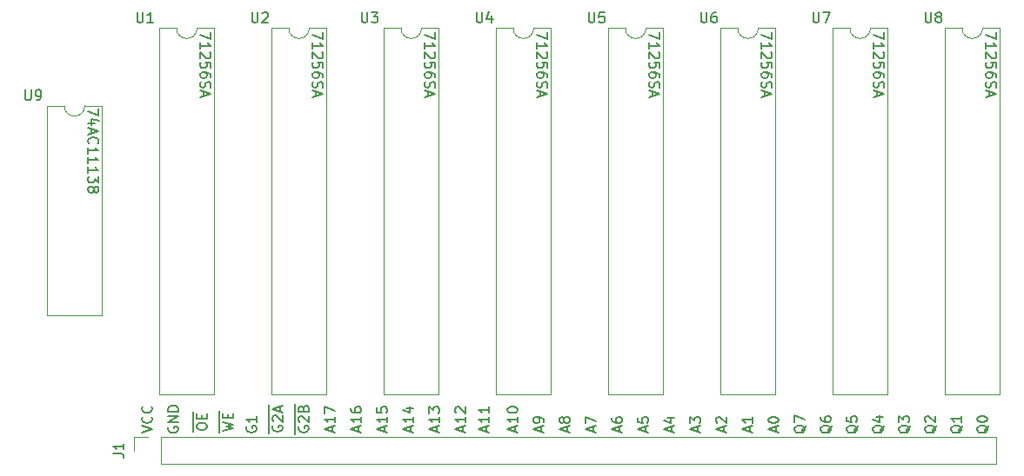
<source format=gto>
G04 #@! TF.GenerationSoftware,KiCad,Pcbnew,(5.1.9-0-10_14)*
G04 #@! TF.CreationDate,2021-06-10T12:38:53+02:00*
G04 #@! TF.ProjectId,video_memory,76696465-6f5f-46d6-956d-6f72792e6b69,rev?*
G04 #@! TF.SameCoordinates,Original*
G04 #@! TF.FileFunction,Legend,Top*
G04 #@! TF.FilePolarity,Positive*
%FSLAX46Y46*%
G04 Gerber Fmt 4.6, Leading zero omitted, Abs format (unit mm)*
G04 Created by KiCad (PCBNEW (5.1.9-0-10_14)) date 2021-06-10 12:38:53*
%MOMM*%
%LPD*%
G01*
G04 APERTURE LIST*
%ADD10C,0.150000*%
%ADD11C,0.120000*%
%ADD12O,1.600000X1.600000*%
%ADD13R,1.600000X1.600000*%
%ADD14C,6.400000*%
%ADD15O,1.700000X1.700000*%
%ADD16R,1.700000X1.700000*%
G04 APERTURE END LIST*
D10*
X171235619Y-84995142D02*
X171235619Y-85661809D01*
X170235619Y-85233238D01*
X170235619Y-86566571D02*
X170235619Y-85995142D01*
X170235619Y-86280857D02*
X171235619Y-86280857D01*
X171092761Y-86185619D01*
X170997523Y-86090380D01*
X170949904Y-85995142D01*
X171140380Y-86947523D02*
X171188000Y-86995142D01*
X171235619Y-87090380D01*
X171235619Y-87328476D01*
X171188000Y-87423714D01*
X171140380Y-87471333D01*
X171045142Y-87518952D01*
X170949904Y-87518952D01*
X170807047Y-87471333D01*
X170235619Y-86899904D01*
X170235619Y-87518952D01*
X171235619Y-88423714D02*
X171235619Y-87947523D01*
X170759428Y-87899904D01*
X170807047Y-87947523D01*
X170854666Y-88042761D01*
X170854666Y-88280857D01*
X170807047Y-88376095D01*
X170759428Y-88423714D01*
X170664190Y-88471333D01*
X170426095Y-88471333D01*
X170330857Y-88423714D01*
X170283238Y-88376095D01*
X170235619Y-88280857D01*
X170235619Y-88042761D01*
X170283238Y-87947523D01*
X170330857Y-87899904D01*
X171235619Y-89328476D02*
X171235619Y-89138000D01*
X171188000Y-89042761D01*
X171140380Y-88995142D01*
X170997523Y-88899904D01*
X170807047Y-88852285D01*
X170426095Y-88852285D01*
X170330857Y-88899904D01*
X170283238Y-88947523D01*
X170235619Y-89042761D01*
X170235619Y-89233238D01*
X170283238Y-89328476D01*
X170330857Y-89376095D01*
X170426095Y-89423714D01*
X170664190Y-89423714D01*
X170759428Y-89376095D01*
X170807047Y-89328476D01*
X170854666Y-89233238D01*
X170854666Y-89042761D01*
X170807047Y-88947523D01*
X170759428Y-88899904D01*
X170664190Y-88852285D01*
X170283238Y-89804666D02*
X170235619Y-89947523D01*
X170235619Y-90185619D01*
X170283238Y-90280857D01*
X170330857Y-90328476D01*
X170426095Y-90376095D01*
X170521333Y-90376095D01*
X170616571Y-90328476D01*
X170664190Y-90280857D01*
X170711809Y-90185619D01*
X170759428Y-89995142D01*
X170807047Y-89899904D01*
X170854666Y-89852285D01*
X170949904Y-89804666D01*
X171045142Y-89804666D01*
X171140380Y-89852285D01*
X171188000Y-89899904D01*
X171235619Y-89995142D01*
X171235619Y-90233238D01*
X171188000Y-90376095D01*
X170521333Y-90757047D02*
X170521333Y-91233238D01*
X170235619Y-90661809D02*
X171235619Y-90995142D01*
X170235619Y-91328476D01*
X160313619Y-84995142D02*
X160313619Y-85661809D01*
X159313619Y-85233238D01*
X159313619Y-86566571D02*
X159313619Y-85995142D01*
X159313619Y-86280857D02*
X160313619Y-86280857D01*
X160170761Y-86185619D01*
X160075523Y-86090380D01*
X160027904Y-85995142D01*
X160218380Y-86947523D02*
X160266000Y-86995142D01*
X160313619Y-87090380D01*
X160313619Y-87328476D01*
X160266000Y-87423714D01*
X160218380Y-87471333D01*
X160123142Y-87518952D01*
X160027904Y-87518952D01*
X159885047Y-87471333D01*
X159313619Y-86899904D01*
X159313619Y-87518952D01*
X160313619Y-88423714D02*
X160313619Y-87947523D01*
X159837428Y-87899904D01*
X159885047Y-87947523D01*
X159932666Y-88042761D01*
X159932666Y-88280857D01*
X159885047Y-88376095D01*
X159837428Y-88423714D01*
X159742190Y-88471333D01*
X159504095Y-88471333D01*
X159408857Y-88423714D01*
X159361238Y-88376095D01*
X159313619Y-88280857D01*
X159313619Y-88042761D01*
X159361238Y-87947523D01*
X159408857Y-87899904D01*
X160313619Y-89328476D02*
X160313619Y-89138000D01*
X160266000Y-89042761D01*
X160218380Y-88995142D01*
X160075523Y-88899904D01*
X159885047Y-88852285D01*
X159504095Y-88852285D01*
X159408857Y-88899904D01*
X159361238Y-88947523D01*
X159313619Y-89042761D01*
X159313619Y-89233238D01*
X159361238Y-89328476D01*
X159408857Y-89376095D01*
X159504095Y-89423714D01*
X159742190Y-89423714D01*
X159837428Y-89376095D01*
X159885047Y-89328476D01*
X159932666Y-89233238D01*
X159932666Y-89042761D01*
X159885047Y-88947523D01*
X159837428Y-88899904D01*
X159742190Y-88852285D01*
X159361238Y-89804666D02*
X159313619Y-89947523D01*
X159313619Y-90185619D01*
X159361238Y-90280857D01*
X159408857Y-90328476D01*
X159504095Y-90376095D01*
X159599333Y-90376095D01*
X159694571Y-90328476D01*
X159742190Y-90280857D01*
X159789809Y-90185619D01*
X159837428Y-89995142D01*
X159885047Y-89899904D01*
X159932666Y-89852285D01*
X160027904Y-89804666D01*
X160123142Y-89804666D01*
X160218380Y-89852285D01*
X160266000Y-89899904D01*
X160313619Y-89995142D01*
X160313619Y-90233238D01*
X160266000Y-90376095D01*
X159599333Y-90757047D02*
X159599333Y-91233238D01*
X159313619Y-90661809D02*
X160313619Y-90995142D01*
X159313619Y-91328476D01*
X149391619Y-84995142D02*
X149391619Y-85661809D01*
X148391619Y-85233238D01*
X148391619Y-86566571D02*
X148391619Y-85995142D01*
X148391619Y-86280857D02*
X149391619Y-86280857D01*
X149248761Y-86185619D01*
X149153523Y-86090380D01*
X149105904Y-85995142D01*
X149296380Y-86947523D02*
X149344000Y-86995142D01*
X149391619Y-87090380D01*
X149391619Y-87328476D01*
X149344000Y-87423714D01*
X149296380Y-87471333D01*
X149201142Y-87518952D01*
X149105904Y-87518952D01*
X148963047Y-87471333D01*
X148391619Y-86899904D01*
X148391619Y-87518952D01*
X149391619Y-88423714D02*
X149391619Y-87947523D01*
X148915428Y-87899904D01*
X148963047Y-87947523D01*
X149010666Y-88042761D01*
X149010666Y-88280857D01*
X148963047Y-88376095D01*
X148915428Y-88423714D01*
X148820190Y-88471333D01*
X148582095Y-88471333D01*
X148486857Y-88423714D01*
X148439238Y-88376095D01*
X148391619Y-88280857D01*
X148391619Y-88042761D01*
X148439238Y-87947523D01*
X148486857Y-87899904D01*
X149391619Y-89328476D02*
X149391619Y-89138000D01*
X149344000Y-89042761D01*
X149296380Y-88995142D01*
X149153523Y-88899904D01*
X148963047Y-88852285D01*
X148582095Y-88852285D01*
X148486857Y-88899904D01*
X148439238Y-88947523D01*
X148391619Y-89042761D01*
X148391619Y-89233238D01*
X148439238Y-89328476D01*
X148486857Y-89376095D01*
X148582095Y-89423714D01*
X148820190Y-89423714D01*
X148915428Y-89376095D01*
X148963047Y-89328476D01*
X149010666Y-89233238D01*
X149010666Y-89042761D01*
X148963047Y-88947523D01*
X148915428Y-88899904D01*
X148820190Y-88852285D01*
X148439238Y-89804666D02*
X148391619Y-89947523D01*
X148391619Y-90185619D01*
X148439238Y-90280857D01*
X148486857Y-90328476D01*
X148582095Y-90376095D01*
X148677333Y-90376095D01*
X148772571Y-90328476D01*
X148820190Y-90280857D01*
X148867809Y-90185619D01*
X148915428Y-89995142D01*
X148963047Y-89899904D01*
X149010666Y-89852285D01*
X149105904Y-89804666D01*
X149201142Y-89804666D01*
X149296380Y-89852285D01*
X149344000Y-89899904D01*
X149391619Y-89995142D01*
X149391619Y-90233238D01*
X149344000Y-90376095D01*
X148677333Y-90757047D02*
X148677333Y-91233238D01*
X148391619Y-90661809D02*
X149391619Y-90995142D01*
X148391619Y-91328476D01*
X138469619Y-84995142D02*
X138469619Y-85661809D01*
X137469619Y-85233238D01*
X137469619Y-86566571D02*
X137469619Y-85995142D01*
X137469619Y-86280857D02*
X138469619Y-86280857D01*
X138326761Y-86185619D01*
X138231523Y-86090380D01*
X138183904Y-85995142D01*
X138374380Y-86947523D02*
X138422000Y-86995142D01*
X138469619Y-87090380D01*
X138469619Y-87328476D01*
X138422000Y-87423714D01*
X138374380Y-87471333D01*
X138279142Y-87518952D01*
X138183904Y-87518952D01*
X138041047Y-87471333D01*
X137469619Y-86899904D01*
X137469619Y-87518952D01*
X138469619Y-88423714D02*
X138469619Y-87947523D01*
X137993428Y-87899904D01*
X138041047Y-87947523D01*
X138088666Y-88042761D01*
X138088666Y-88280857D01*
X138041047Y-88376095D01*
X137993428Y-88423714D01*
X137898190Y-88471333D01*
X137660095Y-88471333D01*
X137564857Y-88423714D01*
X137517238Y-88376095D01*
X137469619Y-88280857D01*
X137469619Y-88042761D01*
X137517238Y-87947523D01*
X137564857Y-87899904D01*
X138469619Y-89328476D02*
X138469619Y-89138000D01*
X138422000Y-89042761D01*
X138374380Y-88995142D01*
X138231523Y-88899904D01*
X138041047Y-88852285D01*
X137660095Y-88852285D01*
X137564857Y-88899904D01*
X137517238Y-88947523D01*
X137469619Y-89042761D01*
X137469619Y-89233238D01*
X137517238Y-89328476D01*
X137564857Y-89376095D01*
X137660095Y-89423714D01*
X137898190Y-89423714D01*
X137993428Y-89376095D01*
X138041047Y-89328476D01*
X138088666Y-89233238D01*
X138088666Y-89042761D01*
X138041047Y-88947523D01*
X137993428Y-88899904D01*
X137898190Y-88852285D01*
X137517238Y-89804666D02*
X137469619Y-89947523D01*
X137469619Y-90185619D01*
X137517238Y-90280857D01*
X137564857Y-90328476D01*
X137660095Y-90376095D01*
X137755333Y-90376095D01*
X137850571Y-90328476D01*
X137898190Y-90280857D01*
X137945809Y-90185619D01*
X137993428Y-89995142D01*
X138041047Y-89899904D01*
X138088666Y-89852285D01*
X138183904Y-89804666D01*
X138279142Y-89804666D01*
X138374380Y-89852285D01*
X138422000Y-89899904D01*
X138469619Y-89995142D01*
X138469619Y-90233238D01*
X138422000Y-90376095D01*
X137755333Y-90757047D02*
X137755333Y-91233238D01*
X137469619Y-90661809D02*
X138469619Y-90995142D01*
X137469619Y-91328476D01*
X127547619Y-84995142D02*
X127547619Y-85661809D01*
X126547619Y-85233238D01*
X126547619Y-86566571D02*
X126547619Y-85995142D01*
X126547619Y-86280857D02*
X127547619Y-86280857D01*
X127404761Y-86185619D01*
X127309523Y-86090380D01*
X127261904Y-85995142D01*
X127452380Y-86947523D02*
X127500000Y-86995142D01*
X127547619Y-87090380D01*
X127547619Y-87328476D01*
X127500000Y-87423714D01*
X127452380Y-87471333D01*
X127357142Y-87518952D01*
X127261904Y-87518952D01*
X127119047Y-87471333D01*
X126547619Y-86899904D01*
X126547619Y-87518952D01*
X127547619Y-88423714D02*
X127547619Y-87947523D01*
X127071428Y-87899904D01*
X127119047Y-87947523D01*
X127166666Y-88042761D01*
X127166666Y-88280857D01*
X127119047Y-88376095D01*
X127071428Y-88423714D01*
X126976190Y-88471333D01*
X126738095Y-88471333D01*
X126642857Y-88423714D01*
X126595238Y-88376095D01*
X126547619Y-88280857D01*
X126547619Y-88042761D01*
X126595238Y-87947523D01*
X126642857Y-87899904D01*
X127547619Y-89328476D02*
X127547619Y-89138000D01*
X127500000Y-89042761D01*
X127452380Y-88995142D01*
X127309523Y-88899904D01*
X127119047Y-88852285D01*
X126738095Y-88852285D01*
X126642857Y-88899904D01*
X126595238Y-88947523D01*
X126547619Y-89042761D01*
X126547619Y-89233238D01*
X126595238Y-89328476D01*
X126642857Y-89376095D01*
X126738095Y-89423714D01*
X126976190Y-89423714D01*
X127071428Y-89376095D01*
X127119047Y-89328476D01*
X127166666Y-89233238D01*
X127166666Y-89042761D01*
X127119047Y-88947523D01*
X127071428Y-88899904D01*
X126976190Y-88852285D01*
X126595238Y-89804666D02*
X126547619Y-89947523D01*
X126547619Y-90185619D01*
X126595238Y-90280857D01*
X126642857Y-90328476D01*
X126738095Y-90376095D01*
X126833333Y-90376095D01*
X126928571Y-90328476D01*
X126976190Y-90280857D01*
X127023809Y-90185619D01*
X127071428Y-89995142D01*
X127119047Y-89899904D01*
X127166666Y-89852285D01*
X127261904Y-89804666D01*
X127357142Y-89804666D01*
X127452380Y-89852285D01*
X127500000Y-89899904D01*
X127547619Y-89995142D01*
X127547619Y-90233238D01*
X127500000Y-90376095D01*
X126833333Y-90757047D02*
X126833333Y-91233238D01*
X126547619Y-90661809D02*
X127547619Y-90995142D01*
X126547619Y-91328476D01*
X116625619Y-84995142D02*
X116625619Y-85661809D01*
X115625619Y-85233238D01*
X115625619Y-86566571D02*
X115625619Y-85995142D01*
X115625619Y-86280857D02*
X116625619Y-86280857D01*
X116482761Y-86185619D01*
X116387523Y-86090380D01*
X116339904Y-85995142D01*
X116530380Y-86947523D02*
X116578000Y-86995142D01*
X116625619Y-87090380D01*
X116625619Y-87328476D01*
X116578000Y-87423714D01*
X116530380Y-87471333D01*
X116435142Y-87518952D01*
X116339904Y-87518952D01*
X116197047Y-87471333D01*
X115625619Y-86899904D01*
X115625619Y-87518952D01*
X116625619Y-88423714D02*
X116625619Y-87947523D01*
X116149428Y-87899904D01*
X116197047Y-87947523D01*
X116244666Y-88042761D01*
X116244666Y-88280857D01*
X116197047Y-88376095D01*
X116149428Y-88423714D01*
X116054190Y-88471333D01*
X115816095Y-88471333D01*
X115720857Y-88423714D01*
X115673238Y-88376095D01*
X115625619Y-88280857D01*
X115625619Y-88042761D01*
X115673238Y-87947523D01*
X115720857Y-87899904D01*
X116625619Y-89328476D02*
X116625619Y-89138000D01*
X116578000Y-89042761D01*
X116530380Y-88995142D01*
X116387523Y-88899904D01*
X116197047Y-88852285D01*
X115816095Y-88852285D01*
X115720857Y-88899904D01*
X115673238Y-88947523D01*
X115625619Y-89042761D01*
X115625619Y-89233238D01*
X115673238Y-89328476D01*
X115720857Y-89376095D01*
X115816095Y-89423714D01*
X116054190Y-89423714D01*
X116149428Y-89376095D01*
X116197047Y-89328476D01*
X116244666Y-89233238D01*
X116244666Y-89042761D01*
X116197047Y-88947523D01*
X116149428Y-88899904D01*
X116054190Y-88852285D01*
X115673238Y-89804666D02*
X115625619Y-89947523D01*
X115625619Y-90185619D01*
X115673238Y-90280857D01*
X115720857Y-90328476D01*
X115816095Y-90376095D01*
X115911333Y-90376095D01*
X116006571Y-90328476D01*
X116054190Y-90280857D01*
X116101809Y-90185619D01*
X116149428Y-89995142D01*
X116197047Y-89899904D01*
X116244666Y-89852285D01*
X116339904Y-89804666D01*
X116435142Y-89804666D01*
X116530380Y-89852285D01*
X116578000Y-89899904D01*
X116625619Y-89995142D01*
X116625619Y-90233238D01*
X116578000Y-90376095D01*
X115911333Y-90757047D02*
X115911333Y-91233238D01*
X115625619Y-90661809D02*
X116625619Y-90995142D01*
X115625619Y-91328476D01*
X105703619Y-84995142D02*
X105703619Y-85661809D01*
X104703619Y-85233238D01*
X104703619Y-86566571D02*
X104703619Y-85995142D01*
X104703619Y-86280857D02*
X105703619Y-86280857D01*
X105560761Y-86185619D01*
X105465523Y-86090380D01*
X105417904Y-85995142D01*
X105608380Y-86947523D02*
X105656000Y-86995142D01*
X105703619Y-87090380D01*
X105703619Y-87328476D01*
X105656000Y-87423714D01*
X105608380Y-87471333D01*
X105513142Y-87518952D01*
X105417904Y-87518952D01*
X105275047Y-87471333D01*
X104703619Y-86899904D01*
X104703619Y-87518952D01*
X105703619Y-88423714D02*
X105703619Y-87947523D01*
X105227428Y-87899904D01*
X105275047Y-87947523D01*
X105322666Y-88042761D01*
X105322666Y-88280857D01*
X105275047Y-88376095D01*
X105227428Y-88423714D01*
X105132190Y-88471333D01*
X104894095Y-88471333D01*
X104798857Y-88423714D01*
X104751238Y-88376095D01*
X104703619Y-88280857D01*
X104703619Y-88042761D01*
X104751238Y-87947523D01*
X104798857Y-87899904D01*
X105703619Y-89328476D02*
X105703619Y-89138000D01*
X105656000Y-89042761D01*
X105608380Y-88995142D01*
X105465523Y-88899904D01*
X105275047Y-88852285D01*
X104894095Y-88852285D01*
X104798857Y-88899904D01*
X104751238Y-88947523D01*
X104703619Y-89042761D01*
X104703619Y-89233238D01*
X104751238Y-89328476D01*
X104798857Y-89376095D01*
X104894095Y-89423714D01*
X105132190Y-89423714D01*
X105227428Y-89376095D01*
X105275047Y-89328476D01*
X105322666Y-89233238D01*
X105322666Y-89042761D01*
X105275047Y-88947523D01*
X105227428Y-88899904D01*
X105132190Y-88852285D01*
X104751238Y-89804666D02*
X104703619Y-89947523D01*
X104703619Y-90185619D01*
X104751238Y-90280857D01*
X104798857Y-90328476D01*
X104894095Y-90376095D01*
X104989333Y-90376095D01*
X105084571Y-90328476D01*
X105132190Y-90280857D01*
X105179809Y-90185619D01*
X105227428Y-89995142D01*
X105275047Y-89899904D01*
X105322666Y-89852285D01*
X105417904Y-89804666D01*
X105513142Y-89804666D01*
X105608380Y-89852285D01*
X105656000Y-89899904D01*
X105703619Y-89995142D01*
X105703619Y-90233238D01*
X105656000Y-90376095D01*
X104989333Y-90757047D02*
X104989333Y-91233238D01*
X104703619Y-90661809D02*
X105703619Y-90995142D01*
X104703619Y-91328476D01*
X94781619Y-84995142D02*
X94781619Y-85661809D01*
X93781619Y-85233238D01*
X93781619Y-86566571D02*
X93781619Y-85995142D01*
X93781619Y-86280857D02*
X94781619Y-86280857D01*
X94638761Y-86185619D01*
X94543523Y-86090380D01*
X94495904Y-85995142D01*
X94686380Y-86947523D02*
X94734000Y-86995142D01*
X94781619Y-87090380D01*
X94781619Y-87328476D01*
X94734000Y-87423714D01*
X94686380Y-87471333D01*
X94591142Y-87518952D01*
X94495904Y-87518952D01*
X94353047Y-87471333D01*
X93781619Y-86899904D01*
X93781619Y-87518952D01*
X94781619Y-88423714D02*
X94781619Y-87947523D01*
X94305428Y-87899904D01*
X94353047Y-87947523D01*
X94400666Y-88042761D01*
X94400666Y-88280857D01*
X94353047Y-88376095D01*
X94305428Y-88423714D01*
X94210190Y-88471333D01*
X93972095Y-88471333D01*
X93876857Y-88423714D01*
X93829238Y-88376095D01*
X93781619Y-88280857D01*
X93781619Y-88042761D01*
X93829238Y-87947523D01*
X93876857Y-87899904D01*
X94781619Y-89328476D02*
X94781619Y-89138000D01*
X94734000Y-89042761D01*
X94686380Y-88995142D01*
X94543523Y-88899904D01*
X94353047Y-88852285D01*
X93972095Y-88852285D01*
X93876857Y-88899904D01*
X93829238Y-88947523D01*
X93781619Y-89042761D01*
X93781619Y-89233238D01*
X93829238Y-89328476D01*
X93876857Y-89376095D01*
X93972095Y-89423714D01*
X94210190Y-89423714D01*
X94305428Y-89376095D01*
X94353047Y-89328476D01*
X94400666Y-89233238D01*
X94400666Y-89042761D01*
X94353047Y-88947523D01*
X94305428Y-88899904D01*
X94210190Y-88852285D01*
X93829238Y-89804666D02*
X93781619Y-89947523D01*
X93781619Y-90185619D01*
X93829238Y-90280857D01*
X93876857Y-90328476D01*
X93972095Y-90376095D01*
X94067333Y-90376095D01*
X94162571Y-90328476D01*
X94210190Y-90280857D01*
X94257809Y-90185619D01*
X94305428Y-89995142D01*
X94353047Y-89899904D01*
X94400666Y-89852285D01*
X94495904Y-89804666D01*
X94591142Y-89804666D01*
X94686380Y-89852285D01*
X94734000Y-89899904D01*
X94781619Y-89995142D01*
X94781619Y-90233238D01*
X94734000Y-90376095D01*
X94067333Y-90757047D02*
X94067333Y-91233238D01*
X93781619Y-90661809D02*
X94781619Y-90995142D01*
X93781619Y-91328476D01*
X83859619Y-92400952D02*
X83859619Y-93067619D01*
X82859619Y-92639047D01*
X83526285Y-93877142D02*
X82859619Y-93877142D01*
X83907238Y-93639047D02*
X83192952Y-93400952D01*
X83192952Y-94020000D01*
X83145333Y-94353333D02*
X83145333Y-94829523D01*
X82859619Y-94258095D02*
X83859619Y-94591428D01*
X82859619Y-94924761D01*
X82954857Y-95829523D02*
X82907238Y-95781904D01*
X82859619Y-95639047D01*
X82859619Y-95543809D01*
X82907238Y-95400952D01*
X83002476Y-95305714D01*
X83097714Y-95258095D01*
X83288190Y-95210476D01*
X83431047Y-95210476D01*
X83621523Y-95258095D01*
X83716761Y-95305714D01*
X83812000Y-95400952D01*
X83859619Y-95543809D01*
X83859619Y-95639047D01*
X83812000Y-95781904D01*
X83764380Y-95829523D01*
X82859619Y-96781904D02*
X82859619Y-96210476D01*
X82859619Y-96496190D02*
X83859619Y-96496190D01*
X83716761Y-96400952D01*
X83621523Y-96305714D01*
X83573904Y-96210476D01*
X82859619Y-97734285D02*
X82859619Y-97162857D01*
X82859619Y-97448571D02*
X83859619Y-97448571D01*
X83716761Y-97353333D01*
X83621523Y-97258095D01*
X83573904Y-97162857D01*
X82859619Y-98686666D02*
X82859619Y-98115238D01*
X82859619Y-98400952D02*
X83859619Y-98400952D01*
X83716761Y-98305714D01*
X83621523Y-98210476D01*
X83573904Y-98115238D01*
X83859619Y-99020000D02*
X83859619Y-99639047D01*
X83478666Y-99305714D01*
X83478666Y-99448571D01*
X83431047Y-99543809D01*
X83383428Y-99591428D01*
X83288190Y-99639047D01*
X83050095Y-99639047D01*
X82954857Y-99591428D01*
X82907238Y-99543809D01*
X82859619Y-99448571D01*
X82859619Y-99162857D01*
X82907238Y-99067619D01*
X82954857Y-99020000D01*
X83431047Y-100210476D02*
X83478666Y-100115238D01*
X83526285Y-100067619D01*
X83621523Y-100020000D01*
X83669142Y-100020000D01*
X83764380Y-100067619D01*
X83812000Y-100115238D01*
X83859619Y-100210476D01*
X83859619Y-100400952D01*
X83812000Y-100496190D01*
X83764380Y-100543809D01*
X83669142Y-100591428D01*
X83621523Y-100591428D01*
X83526285Y-100543809D01*
X83478666Y-100496190D01*
X83431047Y-100400952D01*
X83431047Y-100210476D01*
X83383428Y-100115238D01*
X83335809Y-100067619D01*
X83240571Y-100020000D01*
X83050095Y-100020000D01*
X82954857Y-100067619D01*
X82907238Y-100115238D01*
X82859619Y-100210476D01*
X82859619Y-100400952D01*
X82907238Y-100496190D01*
X82954857Y-100543809D01*
X83050095Y-100591428D01*
X83240571Y-100591428D01*
X83335809Y-100543809D01*
X83383428Y-100496190D01*
X83431047Y-100400952D01*
X88098380Y-124015333D02*
X89098380Y-123682000D01*
X88098380Y-123348666D01*
X89003142Y-122443904D02*
X89050761Y-122491523D01*
X89098380Y-122634380D01*
X89098380Y-122729619D01*
X89050761Y-122872476D01*
X88955523Y-122967714D01*
X88860285Y-123015333D01*
X88669809Y-123062952D01*
X88526952Y-123062952D01*
X88336476Y-123015333D01*
X88241238Y-122967714D01*
X88146000Y-122872476D01*
X88098380Y-122729619D01*
X88098380Y-122634380D01*
X88146000Y-122491523D01*
X88193619Y-122443904D01*
X89003142Y-121443904D02*
X89050761Y-121491523D01*
X89098380Y-121634380D01*
X89098380Y-121729619D01*
X89050761Y-121872476D01*
X88955523Y-121967714D01*
X88860285Y-122015333D01*
X88669809Y-122062952D01*
X88526952Y-122062952D01*
X88336476Y-122015333D01*
X88241238Y-121967714D01*
X88146000Y-121872476D01*
X88098380Y-121729619D01*
X88098380Y-121634380D01*
X88146000Y-121491523D01*
X88193619Y-121443904D01*
X90686000Y-123443904D02*
X90638380Y-123539142D01*
X90638380Y-123682000D01*
X90686000Y-123824857D01*
X90781238Y-123920095D01*
X90876476Y-123967714D01*
X91066952Y-124015333D01*
X91209809Y-124015333D01*
X91400285Y-123967714D01*
X91495523Y-123920095D01*
X91590761Y-123824857D01*
X91638380Y-123682000D01*
X91638380Y-123586761D01*
X91590761Y-123443904D01*
X91543142Y-123396285D01*
X91209809Y-123396285D01*
X91209809Y-123586761D01*
X91638380Y-122967714D02*
X90638380Y-122967714D01*
X91638380Y-122396285D01*
X90638380Y-122396285D01*
X91638380Y-121920095D02*
X90638380Y-121920095D01*
X90638380Y-121682000D01*
X90686000Y-121539142D01*
X90781238Y-121443904D01*
X90876476Y-121396285D01*
X91066952Y-121348666D01*
X91209809Y-121348666D01*
X91400285Y-121396285D01*
X91495523Y-121443904D01*
X91590761Y-121539142D01*
X91638380Y-121682000D01*
X91638380Y-121920095D01*
X93065000Y-123912190D02*
X93065000Y-122864571D01*
X93432380Y-123483619D02*
X93432380Y-123293142D01*
X93480000Y-123197904D01*
X93575238Y-123102666D01*
X93765714Y-123055047D01*
X94099047Y-123055047D01*
X94289523Y-123102666D01*
X94384761Y-123197904D01*
X94432380Y-123293142D01*
X94432380Y-123483619D01*
X94384761Y-123578857D01*
X94289523Y-123674095D01*
X94099047Y-123721714D01*
X93765714Y-123721714D01*
X93575238Y-123674095D01*
X93480000Y-123578857D01*
X93432380Y-123483619D01*
X93065000Y-122864571D02*
X93065000Y-121959809D01*
X93908571Y-122626476D02*
X93908571Y-122293142D01*
X94432380Y-122150285D02*
X94432380Y-122626476D01*
X93432380Y-122626476D01*
X93432380Y-122150285D01*
X95605000Y-123959809D02*
X95605000Y-122816952D01*
X95972380Y-123816952D02*
X96972380Y-123578857D01*
X96258095Y-123388380D01*
X96972380Y-123197904D01*
X95972380Y-122959809D01*
X95605000Y-122816952D02*
X95605000Y-121912190D01*
X96448571Y-122578857D02*
X96448571Y-122245523D01*
X96972380Y-122102666D02*
X96972380Y-122578857D01*
X95972380Y-122578857D01*
X95972380Y-122102666D01*
X98306000Y-123404285D02*
X98258380Y-123499523D01*
X98258380Y-123642380D01*
X98306000Y-123785238D01*
X98401238Y-123880476D01*
X98496476Y-123928095D01*
X98686952Y-123975714D01*
X98829809Y-123975714D01*
X99020285Y-123928095D01*
X99115523Y-123880476D01*
X99210761Y-123785238D01*
X99258380Y-123642380D01*
X99258380Y-123547142D01*
X99210761Y-123404285D01*
X99163142Y-123356666D01*
X98829809Y-123356666D01*
X98829809Y-123547142D01*
X99258380Y-122404285D02*
X99258380Y-122975714D01*
X99258380Y-122690000D02*
X98258380Y-122690000D01*
X98401238Y-122785238D01*
X98496476Y-122880476D01*
X98544095Y-122975714D01*
X100431000Y-124086761D02*
X100431000Y-123086761D01*
X100846000Y-123324857D02*
X100798380Y-123420095D01*
X100798380Y-123562952D01*
X100846000Y-123705809D01*
X100941238Y-123801047D01*
X101036476Y-123848666D01*
X101226952Y-123896285D01*
X101369809Y-123896285D01*
X101560285Y-123848666D01*
X101655523Y-123801047D01*
X101750761Y-123705809D01*
X101798380Y-123562952D01*
X101798380Y-123467714D01*
X101750761Y-123324857D01*
X101703142Y-123277238D01*
X101369809Y-123277238D01*
X101369809Y-123467714D01*
X100431000Y-123086761D02*
X100431000Y-122134380D01*
X100893619Y-122896285D02*
X100846000Y-122848666D01*
X100798380Y-122753428D01*
X100798380Y-122515333D01*
X100846000Y-122420095D01*
X100893619Y-122372476D01*
X100988857Y-122324857D01*
X101084095Y-122324857D01*
X101226952Y-122372476D01*
X101798380Y-122943904D01*
X101798380Y-122324857D01*
X100431000Y-122134380D02*
X100431000Y-121277238D01*
X101512666Y-121943904D02*
X101512666Y-121467714D01*
X101798380Y-122039142D02*
X100798380Y-121705809D01*
X101798380Y-121372476D01*
X102971000Y-124158190D02*
X102971000Y-123158190D01*
X103386000Y-123396285D02*
X103338380Y-123491523D01*
X103338380Y-123634380D01*
X103386000Y-123777238D01*
X103481238Y-123872476D01*
X103576476Y-123920095D01*
X103766952Y-123967714D01*
X103909809Y-123967714D01*
X104100285Y-123920095D01*
X104195523Y-123872476D01*
X104290761Y-123777238D01*
X104338380Y-123634380D01*
X104338380Y-123539142D01*
X104290761Y-123396285D01*
X104243142Y-123348666D01*
X103909809Y-123348666D01*
X103909809Y-123539142D01*
X102971000Y-123158190D02*
X102971000Y-122205809D01*
X103433619Y-122967714D02*
X103386000Y-122920095D01*
X103338380Y-122824857D01*
X103338380Y-122586761D01*
X103386000Y-122491523D01*
X103433619Y-122443904D01*
X103528857Y-122396285D01*
X103624095Y-122396285D01*
X103766952Y-122443904D01*
X104338380Y-123015333D01*
X104338380Y-122396285D01*
X102971000Y-122205809D02*
X102971000Y-121205809D01*
X103814571Y-121634380D02*
X103862190Y-121491523D01*
X103909809Y-121443904D01*
X104005047Y-121396285D01*
X104147904Y-121396285D01*
X104243142Y-121443904D01*
X104290761Y-121491523D01*
X104338380Y-121586761D01*
X104338380Y-121967714D01*
X103338380Y-121967714D01*
X103338380Y-121634380D01*
X103386000Y-121539142D01*
X103433619Y-121491523D01*
X103528857Y-121443904D01*
X103624095Y-121443904D01*
X103719333Y-121491523D01*
X103766952Y-121539142D01*
X103814571Y-121634380D01*
X103814571Y-121967714D01*
X106592666Y-123872476D02*
X106592666Y-123396285D01*
X106878380Y-123967714D02*
X105878380Y-123634380D01*
X106878380Y-123301047D01*
X106878380Y-122443904D02*
X106878380Y-123015333D01*
X106878380Y-122729619D02*
X105878380Y-122729619D01*
X106021238Y-122824857D01*
X106116476Y-122920095D01*
X106164095Y-123015333D01*
X105878380Y-122110571D02*
X105878380Y-121443904D01*
X106878380Y-121872476D01*
X109132666Y-123872476D02*
X109132666Y-123396285D01*
X109418380Y-123967714D02*
X108418380Y-123634380D01*
X109418380Y-123301047D01*
X109418380Y-122443904D02*
X109418380Y-123015333D01*
X109418380Y-122729619D02*
X108418380Y-122729619D01*
X108561238Y-122824857D01*
X108656476Y-122920095D01*
X108704095Y-123015333D01*
X108418380Y-121586761D02*
X108418380Y-121777238D01*
X108466000Y-121872476D01*
X108513619Y-121920095D01*
X108656476Y-122015333D01*
X108846952Y-122062952D01*
X109227904Y-122062952D01*
X109323142Y-122015333D01*
X109370761Y-121967714D01*
X109418380Y-121872476D01*
X109418380Y-121682000D01*
X109370761Y-121586761D01*
X109323142Y-121539142D01*
X109227904Y-121491523D01*
X108989809Y-121491523D01*
X108894571Y-121539142D01*
X108846952Y-121586761D01*
X108799333Y-121682000D01*
X108799333Y-121872476D01*
X108846952Y-121967714D01*
X108894571Y-122015333D01*
X108989809Y-122062952D01*
X111672666Y-123872476D02*
X111672666Y-123396285D01*
X111958380Y-123967714D02*
X110958380Y-123634380D01*
X111958380Y-123301047D01*
X111958380Y-122443904D02*
X111958380Y-123015333D01*
X111958380Y-122729619D02*
X110958380Y-122729619D01*
X111101238Y-122824857D01*
X111196476Y-122920095D01*
X111244095Y-123015333D01*
X110958380Y-121539142D02*
X110958380Y-122015333D01*
X111434571Y-122062952D01*
X111386952Y-122015333D01*
X111339333Y-121920095D01*
X111339333Y-121682000D01*
X111386952Y-121586761D01*
X111434571Y-121539142D01*
X111529809Y-121491523D01*
X111767904Y-121491523D01*
X111863142Y-121539142D01*
X111910761Y-121586761D01*
X111958380Y-121682000D01*
X111958380Y-121920095D01*
X111910761Y-122015333D01*
X111863142Y-122062952D01*
X114212666Y-123872476D02*
X114212666Y-123396285D01*
X114498380Y-123967714D02*
X113498380Y-123634380D01*
X114498380Y-123301047D01*
X114498380Y-122443904D02*
X114498380Y-123015333D01*
X114498380Y-122729619D02*
X113498380Y-122729619D01*
X113641238Y-122824857D01*
X113736476Y-122920095D01*
X113784095Y-123015333D01*
X113831714Y-121586761D02*
X114498380Y-121586761D01*
X113450761Y-121824857D02*
X114165047Y-122062952D01*
X114165047Y-121443904D01*
X116752666Y-123872476D02*
X116752666Y-123396285D01*
X117038380Y-123967714D02*
X116038380Y-123634380D01*
X117038380Y-123301047D01*
X117038380Y-122443904D02*
X117038380Y-123015333D01*
X117038380Y-122729619D02*
X116038380Y-122729619D01*
X116181238Y-122824857D01*
X116276476Y-122920095D01*
X116324095Y-123015333D01*
X116038380Y-122110571D02*
X116038380Y-121491523D01*
X116419333Y-121824857D01*
X116419333Y-121682000D01*
X116466952Y-121586761D01*
X116514571Y-121539142D01*
X116609809Y-121491523D01*
X116847904Y-121491523D01*
X116943142Y-121539142D01*
X116990761Y-121586761D01*
X117038380Y-121682000D01*
X117038380Y-121967714D01*
X116990761Y-122062952D01*
X116943142Y-122110571D01*
X119292666Y-123872476D02*
X119292666Y-123396285D01*
X119578380Y-123967714D02*
X118578380Y-123634380D01*
X119578380Y-123301047D01*
X119578380Y-122443904D02*
X119578380Y-123015333D01*
X119578380Y-122729619D02*
X118578380Y-122729619D01*
X118721238Y-122824857D01*
X118816476Y-122920095D01*
X118864095Y-123015333D01*
X118673619Y-122062952D02*
X118626000Y-122015333D01*
X118578380Y-121920095D01*
X118578380Y-121682000D01*
X118626000Y-121586761D01*
X118673619Y-121539142D01*
X118768857Y-121491523D01*
X118864095Y-121491523D01*
X119006952Y-121539142D01*
X119578380Y-122110571D01*
X119578380Y-121491523D01*
X121578666Y-123872476D02*
X121578666Y-123396285D01*
X121864380Y-123967714D02*
X120864380Y-123634380D01*
X121864380Y-123301047D01*
X121864380Y-122443904D02*
X121864380Y-123015333D01*
X121864380Y-122729619D02*
X120864380Y-122729619D01*
X121007238Y-122824857D01*
X121102476Y-122920095D01*
X121150095Y-123015333D01*
X121864380Y-121491523D02*
X121864380Y-122062952D01*
X121864380Y-121777238D02*
X120864380Y-121777238D01*
X121007238Y-121872476D01*
X121102476Y-121967714D01*
X121150095Y-122062952D01*
X124372666Y-123872476D02*
X124372666Y-123396285D01*
X124658380Y-123967714D02*
X123658380Y-123634380D01*
X124658380Y-123301047D01*
X124658380Y-122443904D02*
X124658380Y-123015333D01*
X124658380Y-122729619D02*
X123658380Y-122729619D01*
X123801238Y-122824857D01*
X123896476Y-122920095D01*
X123944095Y-123015333D01*
X123658380Y-121824857D02*
X123658380Y-121729619D01*
X123706000Y-121634380D01*
X123753619Y-121586761D01*
X123848857Y-121539142D01*
X124039333Y-121491523D01*
X124277428Y-121491523D01*
X124467904Y-121539142D01*
X124563142Y-121586761D01*
X124610761Y-121634380D01*
X124658380Y-121729619D01*
X124658380Y-121824857D01*
X124610761Y-121920095D01*
X124563142Y-121967714D01*
X124467904Y-122015333D01*
X124277428Y-122062952D01*
X124039333Y-122062952D01*
X123848857Y-122015333D01*
X123753619Y-121967714D01*
X123706000Y-121920095D01*
X123658380Y-121824857D01*
X126912666Y-123904285D02*
X126912666Y-123428095D01*
X127198380Y-123999523D02*
X126198380Y-123666190D01*
X127198380Y-123332857D01*
X127198380Y-122951904D02*
X127198380Y-122761428D01*
X127150761Y-122666190D01*
X127103142Y-122618571D01*
X126960285Y-122523333D01*
X126769809Y-122475714D01*
X126388857Y-122475714D01*
X126293619Y-122523333D01*
X126246000Y-122570952D01*
X126198380Y-122666190D01*
X126198380Y-122856666D01*
X126246000Y-122951904D01*
X126293619Y-122999523D01*
X126388857Y-123047142D01*
X126626952Y-123047142D01*
X126722190Y-122999523D01*
X126769809Y-122951904D01*
X126817428Y-122856666D01*
X126817428Y-122666190D01*
X126769809Y-122570952D01*
X126722190Y-122523333D01*
X126626952Y-122475714D01*
X129452666Y-123904285D02*
X129452666Y-123428095D01*
X129738380Y-123999523D02*
X128738380Y-123666190D01*
X129738380Y-123332857D01*
X129166952Y-122856666D02*
X129119333Y-122951904D01*
X129071714Y-122999523D01*
X128976476Y-123047142D01*
X128928857Y-123047142D01*
X128833619Y-122999523D01*
X128786000Y-122951904D01*
X128738380Y-122856666D01*
X128738380Y-122666190D01*
X128786000Y-122570952D01*
X128833619Y-122523333D01*
X128928857Y-122475714D01*
X128976476Y-122475714D01*
X129071714Y-122523333D01*
X129119333Y-122570952D01*
X129166952Y-122666190D01*
X129166952Y-122856666D01*
X129214571Y-122951904D01*
X129262190Y-122999523D01*
X129357428Y-123047142D01*
X129547904Y-123047142D01*
X129643142Y-122999523D01*
X129690761Y-122951904D01*
X129738380Y-122856666D01*
X129738380Y-122666190D01*
X129690761Y-122570952D01*
X129643142Y-122523333D01*
X129547904Y-122475714D01*
X129357428Y-122475714D01*
X129262190Y-122523333D01*
X129214571Y-122570952D01*
X129166952Y-122666190D01*
X131992666Y-123904285D02*
X131992666Y-123428095D01*
X132278380Y-123999523D02*
X131278380Y-123666190D01*
X132278380Y-123332857D01*
X131278380Y-123094761D02*
X131278380Y-122428095D01*
X132278380Y-122856666D01*
X134532666Y-123904285D02*
X134532666Y-123428095D01*
X134818380Y-123999523D02*
X133818380Y-123666190D01*
X134818380Y-123332857D01*
X133818380Y-122570952D02*
X133818380Y-122761428D01*
X133866000Y-122856666D01*
X133913619Y-122904285D01*
X134056476Y-122999523D01*
X134246952Y-123047142D01*
X134627904Y-123047142D01*
X134723142Y-122999523D01*
X134770761Y-122951904D01*
X134818380Y-122856666D01*
X134818380Y-122666190D01*
X134770761Y-122570952D01*
X134723142Y-122523333D01*
X134627904Y-122475714D01*
X134389809Y-122475714D01*
X134294571Y-122523333D01*
X134246952Y-122570952D01*
X134199333Y-122666190D01*
X134199333Y-122856666D01*
X134246952Y-122951904D01*
X134294571Y-122999523D01*
X134389809Y-123047142D01*
X137072666Y-123904285D02*
X137072666Y-123428095D01*
X137358380Y-123999523D02*
X136358380Y-123666190D01*
X137358380Y-123332857D01*
X136358380Y-122523333D02*
X136358380Y-122999523D01*
X136834571Y-123047142D01*
X136786952Y-122999523D01*
X136739333Y-122904285D01*
X136739333Y-122666190D01*
X136786952Y-122570952D01*
X136834571Y-122523333D01*
X136929809Y-122475714D01*
X137167904Y-122475714D01*
X137263142Y-122523333D01*
X137310761Y-122570952D01*
X137358380Y-122666190D01*
X137358380Y-122904285D01*
X137310761Y-122999523D01*
X137263142Y-123047142D01*
X139612666Y-123904285D02*
X139612666Y-123428095D01*
X139898380Y-123999523D02*
X138898380Y-123666190D01*
X139898380Y-123332857D01*
X139231714Y-122570952D02*
X139898380Y-122570952D01*
X138850761Y-122809047D02*
X139565047Y-123047142D01*
X139565047Y-122428095D01*
X142152666Y-123904285D02*
X142152666Y-123428095D01*
X142438380Y-123999523D02*
X141438380Y-123666190D01*
X142438380Y-123332857D01*
X141438380Y-123094761D02*
X141438380Y-122475714D01*
X141819333Y-122809047D01*
X141819333Y-122666190D01*
X141866952Y-122570952D01*
X141914571Y-122523333D01*
X142009809Y-122475714D01*
X142247904Y-122475714D01*
X142343142Y-122523333D01*
X142390761Y-122570952D01*
X142438380Y-122666190D01*
X142438380Y-122951904D01*
X142390761Y-123047142D01*
X142343142Y-123094761D01*
X144692666Y-123904285D02*
X144692666Y-123428095D01*
X144978380Y-123999523D02*
X143978380Y-123666190D01*
X144978380Y-123332857D01*
X144073619Y-123047142D02*
X144026000Y-122999523D01*
X143978380Y-122904285D01*
X143978380Y-122666190D01*
X144026000Y-122570952D01*
X144073619Y-122523333D01*
X144168857Y-122475714D01*
X144264095Y-122475714D01*
X144406952Y-122523333D01*
X144978380Y-123094761D01*
X144978380Y-122475714D01*
X147232666Y-123904285D02*
X147232666Y-123428095D01*
X147518380Y-123999523D02*
X146518380Y-123666190D01*
X147518380Y-123332857D01*
X147518380Y-122475714D02*
X147518380Y-123047142D01*
X147518380Y-122761428D02*
X146518380Y-122761428D01*
X146661238Y-122856666D01*
X146756476Y-122951904D01*
X146804095Y-123047142D01*
X149772666Y-123904285D02*
X149772666Y-123428095D01*
X150058380Y-123999523D02*
X149058380Y-123666190D01*
X150058380Y-123332857D01*
X149058380Y-122809047D02*
X149058380Y-122713809D01*
X149106000Y-122618571D01*
X149153619Y-122570952D01*
X149248857Y-122523333D01*
X149439333Y-122475714D01*
X149677428Y-122475714D01*
X149867904Y-122523333D01*
X149963142Y-122570952D01*
X150010761Y-122618571D01*
X150058380Y-122713809D01*
X150058380Y-122809047D01*
X150010761Y-122904285D01*
X149963142Y-122951904D01*
X149867904Y-122999523D01*
X149677428Y-123047142D01*
X149439333Y-123047142D01*
X149248857Y-122999523D01*
X149153619Y-122951904D01*
X149106000Y-122904285D01*
X149058380Y-122809047D01*
X152693619Y-123285238D02*
X152646000Y-123380476D01*
X152550761Y-123475714D01*
X152407904Y-123618571D01*
X152360285Y-123713809D01*
X152360285Y-123809047D01*
X152598380Y-123761428D02*
X152550761Y-123856666D01*
X152455523Y-123951904D01*
X152265047Y-123999523D01*
X151931714Y-123999523D01*
X151741238Y-123951904D01*
X151646000Y-123856666D01*
X151598380Y-123761428D01*
X151598380Y-123570952D01*
X151646000Y-123475714D01*
X151741238Y-123380476D01*
X151931714Y-123332857D01*
X152265047Y-123332857D01*
X152455523Y-123380476D01*
X152550761Y-123475714D01*
X152598380Y-123570952D01*
X152598380Y-123761428D01*
X151598380Y-122999523D02*
X151598380Y-122332857D01*
X152598380Y-122761428D01*
X155233619Y-123285238D02*
X155186000Y-123380476D01*
X155090761Y-123475714D01*
X154947904Y-123618571D01*
X154900285Y-123713809D01*
X154900285Y-123809047D01*
X155138380Y-123761428D02*
X155090761Y-123856666D01*
X154995523Y-123951904D01*
X154805047Y-123999523D01*
X154471714Y-123999523D01*
X154281238Y-123951904D01*
X154186000Y-123856666D01*
X154138380Y-123761428D01*
X154138380Y-123570952D01*
X154186000Y-123475714D01*
X154281238Y-123380476D01*
X154471714Y-123332857D01*
X154805047Y-123332857D01*
X154995523Y-123380476D01*
X155090761Y-123475714D01*
X155138380Y-123570952D01*
X155138380Y-123761428D01*
X154138380Y-122475714D02*
X154138380Y-122666190D01*
X154186000Y-122761428D01*
X154233619Y-122809047D01*
X154376476Y-122904285D01*
X154566952Y-122951904D01*
X154947904Y-122951904D01*
X155043142Y-122904285D01*
X155090761Y-122856666D01*
X155138380Y-122761428D01*
X155138380Y-122570952D01*
X155090761Y-122475714D01*
X155043142Y-122428095D01*
X154947904Y-122380476D01*
X154709809Y-122380476D01*
X154614571Y-122428095D01*
X154566952Y-122475714D01*
X154519333Y-122570952D01*
X154519333Y-122761428D01*
X154566952Y-122856666D01*
X154614571Y-122904285D01*
X154709809Y-122951904D01*
X157773619Y-123285238D02*
X157726000Y-123380476D01*
X157630761Y-123475714D01*
X157487904Y-123618571D01*
X157440285Y-123713809D01*
X157440285Y-123809047D01*
X157678380Y-123761428D02*
X157630761Y-123856666D01*
X157535523Y-123951904D01*
X157345047Y-123999523D01*
X157011714Y-123999523D01*
X156821238Y-123951904D01*
X156726000Y-123856666D01*
X156678380Y-123761428D01*
X156678380Y-123570952D01*
X156726000Y-123475714D01*
X156821238Y-123380476D01*
X157011714Y-123332857D01*
X157345047Y-123332857D01*
X157535523Y-123380476D01*
X157630761Y-123475714D01*
X157678380Y-123570952D01*
X157678380Y-123761428D01*
X156678380Y-122428095D02*
X156678380Y-122904285D01*
X157154571Y-122951904D01*
X157106952Y-122904285D01*
X157059333Y-122809047D01*
X157059333Y-122570952D01*
X157106952Y-122475714D01*
X157154571Y-122428095D01*
X157249809Y-122380476D01*
X157487904Y-122380476D01*
X157583142Y-122428095D01*
X157630761Y-122475714D01*
X157678380Y-122570952D01*
X157678380Y-122809047D01*
X157630761Y-122904285D01*
X157583142Y-122951904D01*
X160313619Y-123285238D02*
X160266000Y-123380476D01*
X160170761Y-123475714D01*
X160027904Y-123618571D01*
X159980285Y-123713809D01*
X159980285Y-123809047D01*
X160218380Y-123761428D02*
X160170761Y-123856666D01*
X160075523Y-123951904D01*
X159885047Y-123999523D01*
X159551714Y-123999523D01*
X159361238Y-123951904D01*
X159266000Y-123856666D01*
X159218380Y-123761428D01*
X159218380Y-123570952D01*
X159266000Y-123475714D01*
X159361238Y-123380476D01*
X159551714Y-123332857D01*
X159885047Y-123332857D01*
X160075523Y-123380476D01*
X160170761Y-123475714D01*
X160218380Y-123570952D01*
X160218380Y-123761428D01*
X159551714Y-122475714D02*
X160218380Y-122475714D01*
X159170761Y-122713809D02*
X159885047Y-122951904D01*
X159885047Y-122332857D01*
X162853619Y-123285238D02*
X162806000Y-123380476D01*
X162710761Y-123475714D01*
X162567904Y-123618571D01*
X162520285Y-123713809D01*
X162520285Y-123809047D01*
X162758380Y-123761428D02*
X162710761Y-123856666D01*
X162615523Y-123951904D01*
X162425047Y-123999523D01*
X162091714Y-123999523D01*
X161901238Y-123951904D01*
X161806000Y-123856666D01*
X161758380Y-123761428D01*
X161758380Y-123570952D01*
X161806000Y-123475714D01*
X161901238Y-123380476D01*
X162091714Y-123332857D01*
X162425047Y-123332857D01*
X162615523Y-123380476D01*
X162710761Y-123475714D01*
X162758380Y-123570952D01*
X162758380Y-123761428D01*
X161758380Y-122999523D02*
X161758380Y-122380476D01*
X162139333Y-122713809D01*
X162139333Y-122570952D01*
X162186952Y-122475714D01*
X162234571Y-122428095D01*
X162329809Y-122380476D01*
X162567904Y-122380476D01*
X162663142Y-122428095D01*
X162710761Y-122475714D01*
X162758380Y-122570952D01*
X162758380Y-122856666D01*
X162710761Y-122951904D01*
X162663142Y-122999523D01*
X165393619Y-123285238D02*
X165346000Y-123380476D01*
X165250761Y-123475714D01*
X165107904Y-123618571D01*
X165060285Y-123713809D01*
X165060285Y-123809047D01*
X165298380Y-123761428D02*
X165250761Y-123856666D01*
X165155523Y-123951904D01*
X164965047Y-123999523D01*
X164631714Y-123999523D01*
X164441238Y-123951904D01*
X164346000Y-123856666D01*
X164298380Y-123761428D01*
X164298380Y-123570952D01*
X164346000Y-123475714D01*
X164441238Y-123380476D01*
X164631714Y-123332857D01*
X164965047Y-123332857D01*
X165155523Y-123380476D01*
X165250761Y-123475714D01*
X165298380Y-123570952D01*
X165298380Y-123761428D01*
X164393619Y-122951904D02*
X164346000Y-122904285D01*
X164298380Y-122809047D01*
X164298380Y-122570952D01*
X164346000Y-122475714D01*
X164393619Y-122428095D01*
X164488857Y-122380476D01*
X164584095Y-122380476D01*
X164726952Y-122428095D01*
X165298380Y-122999523D01*
X165298380Y-122380476D01*
X167933619Y-123285238D02*
X167886000Y-123380476D01*
X167790761Y-123475714D01*
X167647904Y-123618571D01*
X167600285Y-123713809D01*
X167600285Y-123809047D01*
X167838380Y-123761428D02*
X167790761Y-123856666D01*
X167695523Y-123951904D01*
X167505047Y-123999523D01*
X167171714Y-123999523D01*
X166981238Y-123951904D01*
X166886000Y-123856666D01*
X166838380Y-123761428D01*
X166838380Y-123570952D01*
X166886000Y-123475714D01*
X166981238Y-123380476D01*
X167171714Y-123332857D01*
X167505047Y-123332857D01*
X167695523Y-123380476D01*
X167790761Y-123475714D01*
X167838380Y-123570952D01*
X167838380Y-123761428D01*
X167838380Y-122380476D02*
X167838380Y-122951904D01*
X167838380Y-122666190D02*
X166838380Y-122666190D01*
X166981238Y-122761428D01*
X167076476Y-122856666D01*
X167124095Y-122951904D01*
X170473619Y-123285238D02*
X170426000Y-123380476D01*
X170330761Y-123475714D01*
X170187904Y-123618571D01*
X170140285Y-123713809D01*
X170140285Y-123809047D01*
X170378380Y-123761428D02*
X170330761Y-123856666D01*
X170235523Y-123951904D01*
X170045047Y-123999523D01*
X169711714Y-123999523D01*
X169521238Y-123951904D01*
X169426000Y-123856666D01*
X169378380Y-123761428D01*
X169378380Y-123570952D01*
X169426000Y-123475714D01*
X169521238Y-123380476D01*
X169711714Y-123332857D01*
X170045047Y-123332857D01*
X170235523Y-123380476D01*
X170330761Y-123475714D01*
X170378380Y-123570952D01*
X170378380Y-123761428D01*
X169378380Y-122713809D02*
X169378380Y-122618571D01*
X169426000Y-122523333D01*
X169473619Y-122475714D01*
X169568857Y-122428095D01*
X169759333Y-122380476D01*
X169997428Y-122380476D01*
X170187904Y-122428095D01*
X170283142Y-122475714D01*
X170330761Y-122523333D01*
X170378380Y-122618571D01*
X170378380Y-122713809D01*
X170330761Y-122809047D01*
X170283142Y-122856666D01*
X170187904Y-122904285D01*
X169997428Y-122951904D01*
X169759333Y-122951904D01*
X169568857Y-122904285D01*
X169473619Y-122856666D01*
X169426000Y-122809047D01*
X169378380Y-122713809D01*
D11*
X95106000Y-84575000D02*
X93456000Y-84575000D01*
X95106000Y-120255000D02*
X95106000Y-84575000D01*
X89806000Y-120255000D02*
X95106000Y-120255000D01*
X89806000Y-84575000D02*
X89806000Y-120255000D01*
X91456000Y-84575000D02*
X89806000Y-84575000D01*
X93456000Y-84575000D02*
G75*
G02*
X91456000Y-84575000I-1000000J0D01*
G01*
X84184000Y-92142000D02*
X82534000Y-92142000D01*
X84184000Y-112582000D02*
X84184000Y-92142000D01*
X78884000Y-112582000D02*
X84184000Y-112582000D01*
X78884000Y-92142000D02*
X78884000Y-112582000D01*
X80534000Y-92142000D02*
X78884000Y-92142000D01*
X82534000Y-92142000D02*
G75*
G02*
X80534000Y-92142000I-1000000J0D01*
G01*
X171560000Y-84575000D02*
X169910000Y-84575000D01*
X171560000Y-120255000D02*
X171560000Y-84575000D01*
X166260000Y-120255000D02*
X171560000Y-120255000D01*
X166260000Y-84575000D02*
X166260000Y-120255000D01*
X167910000Y-84575000D02*
X166260000Y-84575000D01*
X169910000Y-84575000D02*
G75*
G02*
X167910000Y-84575000I-1000000J0D01*
G01*
X160638000Y-84575000D02*
X158988000Y-84575000D01*
X160638000Y-120255000D02*
X160638000Y-84575000D01*
X155338000Y-120255000D02*
X160638000Y-120255000D01*
X155338000Y-84575000D02*
X155338000Y-120255000D01*
X156988000Y-84575000D02*
X155338000Y-84575000D01*
X158988000Y-84575000D02*
G75*
G02*
X156988000Y-84575000I-1000000J0D01*
G01*
X149716000Y-84575000D02*
X148066000Y-84575000D01*
X149716000Y-120255000D02*
X149716000Y-84575000D01*
X144416000Y-120255000D02*
X149716000Y-120255000D01*
X144416000Y-84575000D02*
X144416000Y-120255000D01*
X146066000Y-84575000D02*
X144416000Y-84575000D01*
X148066000Y-84575000D02*
G75*
G02*
X146066000Y-84575000I-1000000J0D01*
G01*
X138794000Y-84575000D02*
X137144000Y-84575000D01*
X138794000Y-120255000D02*
X138794000Y-84575000D01*
X133494000Y-120255000D02*
X138794000Y-120255000D01*
X133494000Y-84575000D02*
X133494000Y-120255000D01*
X135144000Y-84575000D02*
X133494000Y-84575000D01*
X137144000Y-84575000D02*
G75*
G02*
X135144000Y-84575000I-1000000J0D01*
G01*
X127872000Y-84575000D02*
X126222000Y-84575000D01*
X127872000Y-120255000D02*
X127872000Y-84575000D01*
X122572000Y-120255000D02*
X127872000Y-120255000D01*
X122572000Y-84575000D02*
X122572000Y-120255000D01*
X124222000Y-84575000D02*
X122572000Y-84575000D01*
X126222000Y-84575000D02*
G75*
G02*
X124222000Y-84575000I-1000000J0D01*
G01*
X116950000Y-84575000D02*
X115300000Y-84575000D01*
X116950000Y-120255000D02*
X116950000Y-84575000D01*
X111650000Y-120255000D02*
X116950000Y-120255000D01*
X111650000Y-84575000D02*
X111650000Y-120255000D01*
X113300000Y-84575000D02*
X111650000Y-84575000D01*
X115300000Y-84575000D02*
G75*
G02*
X113300000Y-84575000I-1000000J0D01*
G01*
X106028000Y-84575000D02*
X104378000Y-84575000D01*
X106028000Y-120255000D02*
X106028000Y-84575000D01*
X100728000Y-120255000D02*
X106028000Y-120255000D01*
X100728000Y-84575000D02*
X100728000Y-120255000D01*
X102378000Y-84575000D02*
X100728000Y-84575000D01*
X104378000Y-84575000D02*
G75*
G02*
X102378000Y-84575000I-1000000J0D01*
G01*
X87316000Y-125730000D02*
X87316000Y-124400000D01*
X87316000Y-124400000D02*
X88646000Y-124400000D01*
X89916000Y-124400000D02*
X171256000Y-124400000D01*
X171256000Y-127060000D02*
X171256000Y-124400000D01*
X89916000Y-127060000D02*
X171256000Y-127060000D01*
X89916000Y-127060000D02*
X89916000Y-124400000D01*
D10*
X87630095Y-83018380D02*
X87630095Y-83827904D01*
X87677714Y-83923142D01*
X87725333Y-83970761D01*
X87820571Y-84018380D01*
X88011047Y-84018380D01*
X88106285Y-83970761D01*
X88153904Y-83923142D01*
X88201523Y-83827904D01*
X88201523Y-83018380D01*
X89201523Y-84018380D02*
X88630095Y-84018380D01*
X88915809Y-84018380D02*
X88915809Y-83018380D01*
X88820571Y-83161238D01*
X88725333Y-83256476D01*
X88630095Y-83304095D01*
X76733495Y-90587580D02*
X76733495Y-91397104D01*
X76781114Y-91492342D01*
X76828733Y-91539961D01*
X76923971Y-91587580D01*
X77114447Y-91587580D01*
X77209685Y-91539961D01*
X77257304Y-91492342D01*
X77304923Y-91397104D01*
X77304923Y-90587580D01*
X77828733Y-91587580D02*
X78019209Y-91587580D01*
X78114447Y-91539961D01*
X78162066Y-91492342D01*
X78257304Y-91349485D01*
X78304923Y-91159009D01*
X78304923Y-90778057D01*
X78257304Y-90682819D01*
X78209685Y-90635200D01*
X78114447Y-90587580D01*
X77923971Y-90587580D01*
X77828733Y-90635200D01*
X77781114Y-90682819D01*
X77733495Y-90778057D01*
X77733495Y-91016152D01*
X77781114Y-91111390D01*
X77828733Y-91159009D01*
X77923971Y-91206628D01*
X78114447Y-91206628D01*
X78209685Y-91159009D01*
X78257304Y-91111390D01*
X78304923Y-91016152D01*
X164338095Y-83018380D02*
X164338095Y-83827904D01*
X164385714Y-83923142D01*
X164433333Y-83970761D01*
X164528571Y-84018380D01*
X164719047Y-84018380D01*
X164814285Y-83970761D01*
X164861904Y-83923142D01*
X164909523Y-83827904D01*
X164909523Y-83018380D01*
X165528571Y-83446952D02*
X165433333Y-83399333D01*
X165385714Y-83351714D01*
X165338095Y-83256476D01*
X165338095Y-83208857D01*
X165385714Y-83113619D01*
X165433333Y-83066000D01*
X165528571Y-83018380D01*
X165719047Y-83018380D01*
X165814285Y-83066000D01*
X165861904Y-83113619D01*
X165909523Y-83208857D01*
X165909523Y-83256476D01*
X165861904Y-83351714D01*
X165814285Y-83399333D01*
X165719047Y-83446952D01*
X165528571Y-83446952D01*
X165433333Y-83494571D01*
X165385714Y-83542190D01*
X165338095Y-83637428D01*
X165338095Y-83827904D01*
X165385714Y-83923142D01*
X165433333Y-83970761D01*
X165528571Y-84018380D01*
X165719047Y-84018380D01*
X165814285Y-83970761D01*
X165861904Y-83923142D01*
X165909523Y-83827904D01*
X165909523Y-83637428D01*
X165861904Y-83542190D01*
X165814285Y-83494571D01*
X165719047Y-83446952D01*
X153416095Y-83018380D02*
X153416095Y-83827904D01*
X153463714Y-83923142D01*
X153511333Y-83970761D01*
X153606571Y-84018380D01*
X153797047Y-84018380D01*
X153892285Y-83970761D01*
X153939904Y-83923142D01*
X153987523Y-83827904D01*
X153987523Y-83018380D01*
X154368476Y-83018380D02*
X155035142Y-83018380D01*
X154606571Y-84018380D01*
X142494095Y-83018380D02*
X142494095Y-83827904D01*
X142541714Y-83923142D01*
X142589333Y-83970761D01*
X142684571Y-84018380D01*
X142875047Y-84018380D01*
X142970285Y-83970761D01*
X143017904Y-83923142D01*
X143065523Y-83827904D01*
X143065523Y-83018380D01*
X143970285Y-83018380D02*
X143779809Y-83018380D01*
X143684571Y-83066000D01*
X143636952Y-83113619D01*
X143541714Y-83256476D01*
X143494095Y-83446952D01*
X143494095Y-83827904D01*
X143541714Y-83923142D01*
X143589333Y-83970761D01*
X143684571Y-84018380D01*
X143875047Y-84018380D01*
X143970285Y-83970761D01*
X144017904Y-83923142D01*
X144065523Y-83827904D01*
X144065523Y-83589809D01*
X144017904Y-83494571D01*
X143970285Y-83446952D01*
X143875047Y-83399333D01*
X143684571Y-83399333D01*
X143589333Y-83446952D01*
X143541714Y-83494571D01*
X143494095Y-83589809D01*
X131572095Y-83018380D02*
X131572095Y-83827904D01*
X131619714Y-83923142D01*
X131667333Y-83970761D01*
X131762571Y-84018380D01*
X131953047Y-84018380D01*
X132048285Y-83970761D01*
X132095904Y-83923142D01*
X132143523Y-83827904D01*
X132143523Y-83018380D01*
X133095904Y-83018380D02*
X132619714Y-83018380D01*
X132572095Y-83494571D01*
X132619714Y-83446952D01*
X132714952Y-83399333D01*
X132953047Y-83399333D01*
X133048285Y-83446952D01*
X133095904Y-83494571D01*
X133143523Y-83589809D01*
X133143523Y-83827904D01*
X133095904Y-83923142D01*
X133048285Y-83970761D01*
X132953047Y-84018380D01*
X132714952Y-84018380D01*
X132619714Y-83970761D01*
X132572095Y-83923142D01*
X120650095Y-83018380D02*
X120650095Y-83827904D01*
X120697714Y-83923142D01*
X120745333Y-83970761D01*
X120840571Y-84018380D01*
X121031047Y-84018380D01*
X121126285Y-83970761D01*
X121173904Y-83923142D01*
X121221523Y-83827904D01*
X121221523Y-83018380D01*
X122126285Y-83351714D02*
X122126285Y-84018380D01*
X121888190Y-82970761D02*
X121650095Y-83685047D01*
X122269142Y-83685047D01*
X109474095Y-83018380D02*
X109474095Y-83827904D01*
X109521714Y-83923142D01*
X109569333Y-83970761D01*
X109664571Y-84018380D01*
X109855047Y-84018380D01*
X109950285Y-83970761D01*
X109997904Y-83923142D01*
X110045523Y-83827904D01*
X110045523Y-83018380D01*
X110426476Y-83018380D02*
X111045523Y-83018380D01*
X110712190Y-83399333D01*
X110855047Y-83399333D01*
X110950285Y-83446952D01*
X110997904Y-83494571D01*
X111045523Y-83589809D01*
X111045523Y-83827904D01*
X110997904Y-83923142D01*
X110950285Y-83970761D01*
X110855047Y-84018380D01*
X110569333Y-84018380D01*
X110474095Y-83970761D01*
X110426476Y-83923142D01*
X98806095Y-83018380D02*
X98806095Y-83827904D01*
X98853714Y-83923142D01*
X98901333Y-83970761D01*
X98996571Y-84018380D01*
X99187047Y-84018380D01*
X99282285Y-83970761D01*
X99329904Y-83923142D01*
X99377523Y-83827904D01*
X99377523Y-83018380D01*
X99806095Y-83113619D02*
X99853714Y-83066000D01*
X99948952Y-83018380D01*
X100187047Y-83018380D01*
X100282285Y-83066000D01*
X100329904Y-83113619D01*
X100377523Y-83208857D01*
X100377523Y-83304095D01*
X100329904Y-83446952D01*
X99758476Y-84018380D01*
X100377523Y-84018380D01*
X85328380Y-126063333D02*
X86042666Y-126063333D01*
X86185523Y-126110952D01*
X86280761Y-126206190D01*
X86328380Y-126349047D01*
X86328380Y-126444285D01*
X86328380Y-125063333D02*
X86328380Y-125634761D01*
X86328380Y-125349047D02*
X85328380Y-125349047D01*
X85471238Y-125444285D01*
X85566476Y-125539523D01*
X85614095Y-125634761D01*
%LPC*%
D12*
X96266000Y-85905000D03*
X88646000Y-118925000D03*
X96266000Y-88445000D03*
X88646000Y-116385000D03*
X96266000Y-90985000D03*
X88646000Y-113845000D03*
X96266000Y-93525000D03*
X88646000Y-111305000D03*
X96266000Y-96065000D03*
X88646000Y-108765000D03*
X96266000Y-98605000D03*
X88646000Y-106225000D03*
X96266000Y-101145000D03*
X88646000Y-103685000D03*
X96266000Y-103685000D03*
X88646000Y-101145000D03*
X96266000Y-106225000D03*
X88646000Y-98605000D03*
X96266000Y-108765000D03*
X88646000Y-96065000D03*
X96266000Y-111305000D03*
X88646000Y-93525000D03*
X96266000Y-113845000D03*
X88646000Y-90985000D03*
X96266000Y-116385000D03*
X88646000Y-88445000D03*
X96266000Y-118925000D03*
D13*
X88646000Y-85905000D03*
D12*
X85344000Y-93472000D03*
X77724000Y-111252000D03*
X85344000Y-96012000D03*
X77724000Y-108712000D03*
X85344000Y-98552000D03*
X77724000Y-106172000D03*
X85344000Y-101092000D03*
X77724000Y-103632000D03*
X85344000Y-103632000D03*
X77724000Y-101092000D03*
X85344000Y-106172000D03*
X77724000Y-98552000D03*
X85344000Y-108712000D03*
X77724000Y-96012000D03*
X85344000Y-111252000D03*
D13*
X77724000Y-93472000D03*
D14*
X177546000Y-123444000D03*
X177546000Y-86360000D03*
X80010000Y-123444000D03*
X80010000Y-86360000D03*
D12*
X172720000Y-85905000D03*
X165100000Y-118925000D03*
X172720000Y-88445000D03*
X165100000Y-116385000D03*
X172720000Y-90985000D03*
X165100000Y-113845000D03*
X172720000Y-93525000D03*
X165100000Y-111305000D03*
X172720000Y-96065000D03*
X165100000Y-108765000D03*
X172720000Y-98605000D03*
X165100000Y-106225000D03*
X172720000Y-101145000D03*
X165100000Y-103685000D03*
X172720000Y-103685000D03*
X165100000Y-101145000D03*
X172720000Y-106225000D03*
X165100000Y-98605000D03*
X172720000Y-108765000D03*
X165100000Y-96065000D03*
X172720000Y-111305000D03*
X165100000Y-93525000D03*
X172720000Y-113845000D03*
X165100000Y-90985000D03*
X172720000Y-116385000D03*
X165100000Y-88445000D03*
X172720000Y-118925000D03*
D13*
X165100000Y-85905000D03*
D12*
X161798000Y-85905000D03*
X154178000Y-118925000D03*
X161798000Y-88445000D03*
X154178000Y-116385000D03*
X161798000Y-90985000D03*
X154178000Y-113845000D03*
X161798000Y-93525000D03*
X154178000Y-111305000D03*
X161798000Y-96065000D03*
X154178000Y-108765000D03*
X161798000Y-98605000D03*
X154178000Y-106225000D03*
X161798000Y-101145000D03*
X154178000Y-103685000D03*
X161798000Y-103685000D03*
X154178000Y-101145000D03*
X161798000Y-106225000D03*
X154178000Y-98605000D03*
X161798000Y-108765000D03*
X154178000Y-96065000D03*
X161798000Y-111305000D03*
X154178000Y-93525000D03*
X161798000Y-113845000D03*
X154178000Y-90985000D03*
X161798000Y-116385000D03*
X154178000Y-88445000D03*
X161798000Y-118925000D03*
D13*
X154178000Y-85905000D03*
D12*
X150876000Y-85905000D03*
X143256000Y-118925000D03*
X150876000Y-88445000D03*
X143256000Y-116385000D03*
X150876000Y-90985000D03*
X143256000Y-113845000D03*
X150876000Y-93525000D03*
X143256000Y-111305000D03*
X150876000Y-96065000D03*
X143256000Y-108765000D03*
X150876000Y-98605000D03*
X143256000Y-106225000D03*
X150876000Y-101145000D03*
X143256000Y-103685000D03*
X150876000Y-103685000D03*
X143256000Y-101145000D03*
X150876000Y-106225000D03*
X143256000Y-98605000D03*
X150876000Y-108765000D03*
X143256000Y-96065000D03*
X150876000Y-111305000D03*
X143256000Y-93525000D03*
X150876000Y-113845000D03*
X143256000Y-90985000D03*
X150876000Y-116385000D03*
X143256000Y-88445000D03*
X150876000Y-118925000D03*
D13*
X143256000Y-85905000D03*
D12*
X139954000Y-85905000D03*
X132334000Y-118925000D03*
X139954000Y-88445000D03*
X132334000Y-116385000D03*
X139954000Y-90985000D03*
X132334000Y-113845000D03*
X139954000Y-93525000D03*
X132334000Y-111305000D03*
X139954000Y-96065000D03*
X132334000Y-108765000D03*
X139954000Y-98605000D03*
X132334000Y-106225000D03*
X139954000Y-101145000D03*
X132334000Y-103685000D03*
X139954000Y-103685000D03*
X132334000Y-101145000D03*
X139954000Y-106225000D03*
X132334000Y-98605000D03*
X139954000Y-108765000D03*
X132334000Y-96065000D03*
X139954000Y-111305000D03*
X132334000Y-93525000D03*
X139954000Y-113845000D03*
X132334000Y-90985000D03*
X139954000Y-116385000D03*
X132334000Y-88445000D03*
X139954000Y-118925000D03*
D13*
X132334000Y-85905000D03*
D12*
X129032000Y-85905000D03*
X121412000Y-118925000D03*
X129032000Y-88445000D03*
X121412000Y-116385000D03*
X129032000Y-90985000D03*
X121412000Y-113845000D03*
X129032000Y-93525000D03*
X121412000Y-111305000D03*
X129032000Y-96065000D03*
X121412000Y-108765000D03*
X129032000Y-98605000D03*
X121412000Y-106225000D03*
X129032000Y-101145000D03*
X121412000Y-103685000D03*
X129032000Y-103685000D03*
X121412000Y-101145000D03*
X129032000Y-106225000D03*
X121412000Y-98605000D03*
X129032000Y-108765000D03*
X121412000Y-96065000D03*
X129032000Y-111305000D03*
X121412000Y-93525000D03*
X129032000Y-113845000D03*
X121412000Y-90985000D03*
X129032000Y-116385000D03*
X121412000Y-88445000D03*
X129032000Y-118925000D03*
D13*
X121412000Y-85905000D03*
D12*
X118110000Y-85905000D03*
X110490000Y-118925000D03*
X118110000Y-88445000D03*
X110490000Y-116385000D03*
X118110000Y-90985000D03*
X110490000Y-113845000D03*
X118110000Y-93525000D03*
X110490000Y-111305000D03*
X118110000Y-96065000D03*
X110490000Y-108765000D03*
X118110000Y-98605000D03*
X110490000Y-106225000D03*
X118110000Y-101145000D03*
X110490000Y-103685000D03*
X118110000Y-103685000D03*
X110490000Y-101145000D03*
X118110000Y-106225000D03*
X110490000Y-98605000D03*
X118110000Y-108765000D03*
X110490000Y-96065000D03*
X118110000Y-111305000D03*
X110490000Y-93525000D03*
X118110000Y-113845000D03*
X110490000Y-90985000D03*
X118110000Y-116385000D03*
X110490000Y-88445000D03*
X118110000Y-118925000D03*
D13*
X110490000Y-85905000D03*
D12*
X107188000Y-85905000D03*
X99568000Y-118925000D03*
X107188000Y-88445000D03*
X99568000Y-116385000D03*
X107188000Y-90985000D03*
X99568000Y-113845000D03*
X107188000Y-93525000D03*
X99568000Y-111305000D03*
X107188000Y-96065000D03*
X99568000Y-108765000D03*
X107188000Y-98605000D03*
X99568000Y-106225000D03*
X107188000Y-101145000D03*
X99568000Y-103685000D03*
X107188000Y-103685000D03*
X99568000Y-101145000D03*
X107188000Y-106225000D03*
X99568000Y-98605000D03*
X107188000Y-108765000D03*
X99568000Y-96065000D03*
X107188000Y-111305000D03*
X99568000Y-93525000D03*
X107188000Y-113845000D03*
X99568000Y-90985000D03*
X107188000Y-116385000D03*
X99568000Y-88445000D03*
X107188000Y-118925000D03*
D13*
X99568000Y-85905000D03*
D15*
X169926000Y-125730000D03*
X167386000Y-125730000D03*
X164846000Y-125730000D03*
X162306000Y-125730000D03*
X159766000Y-125730000D03*
X157226000Y-125730000D03*
X154686000Y-125730000D03*
X152146000Y-125730000D03*
X149606000Y-125730000D03*
X147066000Y-125730000D03*
X144526000Y-125730000D03*
X141986000Y-125730000D03*
X139446000Y-125730000D03*
X136906000Y-125730000D03*
X134366000Y-125730000D03*
X131826000Y-125730000D03*
X129286000Y-125730000D03*
X126746000Y-125730000D03*
X124206000Y-125730000D03*
X121666000Y-125730000D03*
X119126000Y-125730000D03*
X116586000Y-125730000D03*
X114046000Y-125730000D03*
X111506000Y-125730000D03*
X108966000Y-125730000D03*
X106426000Y-125730000D03*
X103886000Y-125730000D03*
X101346000Y-125730000D03*
X98806000Y-125730000D03*
X96266000Y-125730000D03*
X93726000Y-125730000D03*
X91186000Y-125730000D03*
D16*
X88646000Y-125730000D03*
M02*

</source>
